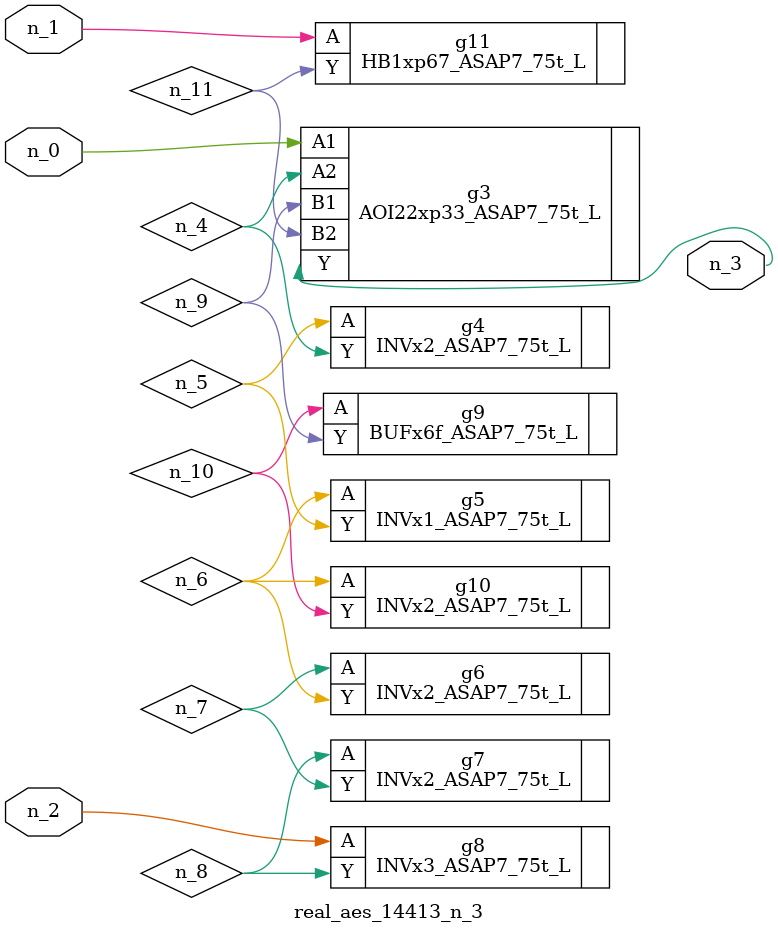
<source format=v>
module real_aes_14413_n_3 (n_0, n_2, n_1, n_3);
input n_0;
input n_2;
input n_1;
output n_3;
wire n_4;
wire n_5;
wire n_7;
wire n_9;
wire n_6;
wire n_8;
wire n_10;
wire n_11;
AOI22xp33_ASAP7_75t_L g3 ( .A1(n_0), .A2(n_4), .B1(n_9), .B2(n_11), .Y(n_3) );
HB1xp67_ASAP7_75t_L g11 ( .A(n_1), .Y(n_11) );
INVx3_ASAP7_75t_L g8 ( .A(n_2), .Y(n_8) );
INVx2_ASAP7_75t_L g4 ( .A(n_5), .Y(n_4) );
INVx1_ASAP7_75t_L g5 ( .A(n_6), .Y(n_5) );
INVx2_ASAP7_75t_L g10 ( .A(n_6), .Y(n_10) );
INVx2_ASAP7_75t_L g6 ( .A(n_7), .Y(n_6) );
INVx2_ASAP7_75t_L g7 ( .A(n_8), .Y(n_7) );
BUFx6f_ASAP7_75t_L g9 ( .A(n_10), .Y(n_9) );
endmodule
</source>
